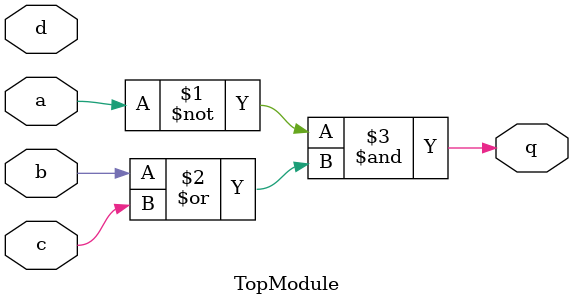
<source format=sv>
module TopModule
(
  input  logic a,
  input  logic b,
  input  logic c,
  input  logic d,
  output logic q
);

  // Combinational logic

  assign q = ~a & (b | c);

endmodule
</source>
